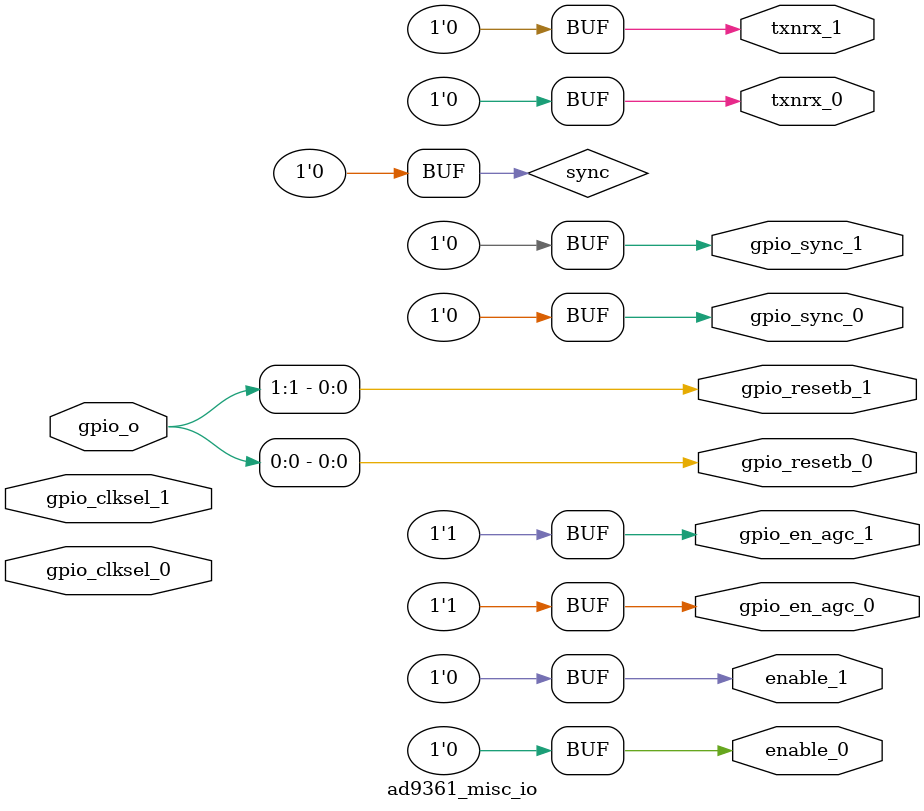
<source format=v>
module ad9361_misc_io (
    input  [63:0]           gpio_o,
    
    output                  enable_0,
    output                  txnrx_0,
    output                  gpio_resetb_0,
    output                  gpio_sync_0,
    output                  gpio_en_agc_0,
    //  output      [ 3:0]      gpio_ctl_0,
    //  input       [ 7:0]      gpio_status_0,
    input                   gpio_clksel_0,
  
    output                  enable_1,
    output                  txnrx_1,
    output                  gpio_resetb_1,
    output                  gpio_sync_1,
    output                  gpio_en_agc_1,
    //  output      [ 3:0]      gpio_ctl_1,
    //  input       [ 7:0]      gpio_status_1,
    input                   gpio_clksel_1
);

    wire sync = 0;

    // assign gpio_ctl_0 = 0;
    assign gpio_en_agc_0 = 1;
    assign gpio_sync_0 = sync;
    assign gpio_resetb_0 = gpio_o[0];
    
    assign enable_0 = 0;
    assign txnrx_0  = 0;
    
    // assign gpio_ctl_1 = 0;
    assign gpio_en_agc_1 = 1;
    assign gpio_sync_1 = sync;
    assign gpio_resetb_1 = gpio_o[1];
    
    assign enable_1 = 0;
    assign txnrx_1  = 0;

endmodule : ad9361_misc_io
</source>
